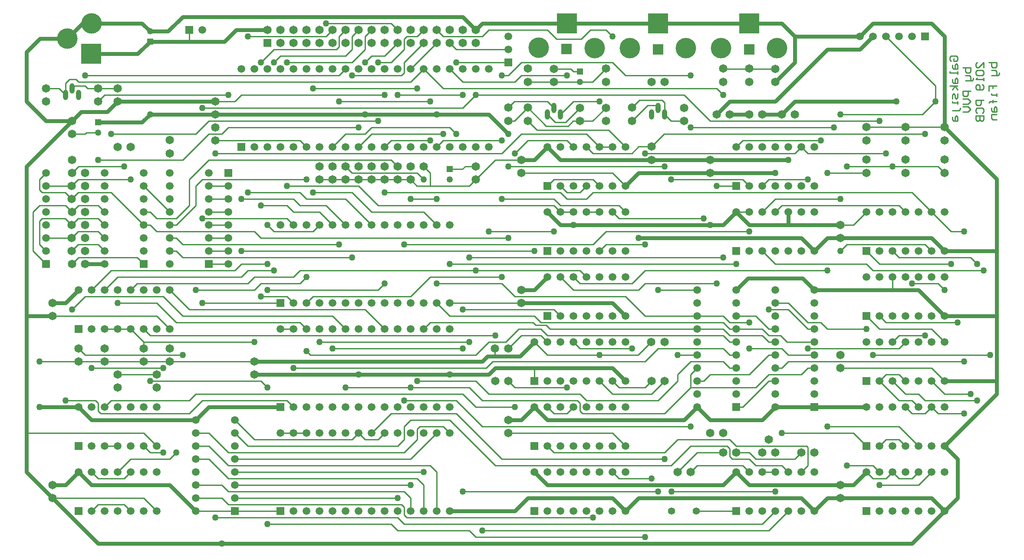
<source format=gbl>
G04 Layer_Physical_Order=2*
G04 Layer_Color=65280*
%FSLAX44Y44*%
%MOMM*%
G71*
G01*
G75*
%ADD12C,0.2540*%
%ADD13C,0.7500*%
%ADD14C,1.5000*%
%ADD15R,1.5000X1.5000*%
%ADD16C,1.6500*%
%ADD17R,1.5000X1.5000*%
%ADD18C,1.2500*%
%ADD19R,1.2500X1.2500*%
%ADD20C,1.5000*%
%ADD21R,1.5000X1.5000*%
%ADD22C,4.0000*%
%ADD23R,2.0000X2.0000*%
%ADD24R,4.0000X4.0000*%
%ADD25R,1.5000X1.5000*%
%ADD26C,1.4000*%
%ADD27R,1.6500X1.6500*%
%ADD28O,1.0000X2.0000*%
%ADD29O,1.0000X2.0000*%
%ADD30C,1.2700*%
D12*
X1409573Y685800D02*
X1485646D01*
X571500Y672846D02*
X736600D01*
X1206754Y1066800D02*
X1257300D01*
X1168400Y1028446D02*
X1206754Y1066800D01*
X1155954Y1016000D02*
X1168400Y1028446D01*
X1079500Y1016000D02*
X1155954D01*
X1117600Y1051400D02*
X1120140Y1048860D01*
X1142840D02*
X1148080Y1054100D01*
X1120140Y1048860D02*
X1142840D01*
X1752600Y1219200D02*
X1752854D01*
X609600Y1028700D02*
X647700Y1066800D01*
X711200Y1193800D02*
X990600D01*
X698500Y1181100D02*
X711200Y1193800D01*
X660400Y1181100D02*
X698500D01*
X444754Y1193800D02*
X685800D01*
X431800Y1180846D02*
X444754Y1193800D01*
X609600Y1298100D02*
Y1320800D01*
X1625600Y1143000D02*
X1955800D01*
X2065020Y1181100D02*
Y1211580D01*
X1968500Y1308100D02*
X2065020Y1211580D01*
X647700Y965200D02*
X685800D01*
X647700Y914400D02*
X685800D01*
X647700Y939800D02*
X685800D01*
X368046Y1003300D02*
X380746Y990600D01*
X322580Y1003300D02*
X368046D01*
X317500Y1008380D02*
X322580Y1003300D01*
X317500Y1028700D02*
X330200Y1041400D01*
X317500Y1008380D02*
Y1028700D01*
X330200Y1016000D02*
X380746D01*
X368046Y952500D02*
X380746Y939800D01*
X322580Y952500D02*
X368046D01*
X317500Y947420D02*
X322580Y952500D01*
X317500Y901700D02*
Y947420D01*
Y901700D02*
X330200Y889000D01*
X368300Y977900D02*
X381000Y965200D01*
X304800Y889000D02*
X330200Y863600D01*
X304800Y889000D02*
Y965200D01*
X317500Y977900D01*
X368300D01*
X1587500Y508000D02*
X1658620D01*
X1549400Y469900D02*
X1587500Y508000D01*
X1206500Y469900D02*
X1549400D01*
X1600200Y495300D02*
X1651000D01*
X1562100Y457200D02*
X1600200Y495300D01*
X1658620Y508000D02*
X1663700Y502920D01*
Y487680D02*
Y502920D01*
Y487680D02*
X1668780Y482600D01*
X1524000Y812800D02*
X1600200D01*
X1498600Y762000D02*
X1600200D01*
X1460500Y800100D02*
X1498600Y762000D01*
X1244600Y800100D02*
X1460500D01*
X1739900Y774700D02*
X1778000D01*
X1422400Y927100D02*
X1701800D01*
X1752600Y787400D02*
X1778000D01*
X1816100Y749300D01*
X1854200Y736600D02*
X1930400D01*
X1816100Y749300D02*
X1841500D01*
X1854200Y736600D01*
Y546100D02*
X1993900D01*
X2032000Y508000D01*
X1689100Y1104900D02*
X1841500D01*
X1803400Y457200D02*
X1816100Y469900D01*
X2133600Y876300D02*
X2146300Y863600D01*
X1993900Y876300D02*
X2133600D01*
X1943100Y850900D02*
X2159000D01*
X2019300Y825500D02*
X2070100D01*
X2082800Y812800D01*
X1993900Y723900D02*
X2044700D01*
X1981200Y711200D02*
X1993900Y723900D01*
X1981200Y812800D02*
Y838200D01*
X1765300Y533400D02*
X1905000D01*
X1498600Y850900D02*
X1854200D01*
X1892300Y469900D02*
X1943100D01*
X1955800Y457200D01*
X2082800Y609600D02*
X2133600D01*
X2057400Y635000D02*
X2082800Y609600D01*
X2044700Y596900D02*
X2146300D01*
X2032000Y609600D02*
X2044700Y596900D01*
X2006600Y609600D02*
X2032000D01*
X1981200Y635000D02*
X2006600Y609600D01*
X2057400Y584200D02*
X2070100Y571500D01*
X2120900D01*
X2057400Y736600D02*
X2082800Y711200D01*
X1955800Y736600D02*
X2057400D01*
X1930400Y762000D02*
X1955800Y736600D01*
X1778000Y685800D02*
X1828800D01*
X1765300Y698500D02*
X1778000Y685800D01*
X1701800Y698500D02*
X1765300D01*
X1816100D02*
X1993900D01*
X2006600Y711200D01*
X1968500Y749300D02*
X2108200D01*
X838200Y990600D02*
X914400D01*
X825500Y1003300D02*
X838200Y990600D01*
X825500Y977900D02*
X876300D01*
X812800Y990600D02*
X825500Y977900D01*
X812800Y965200D02*
X863600D01*
X800100Y977900D02*
X812800Y965200D01*
X749300Y977900D02*
X800100D01*
X850900Y1003300D02*
X927100D01*
X1219200Y1079500D02*
X1257300Y1117600D01*
X952500D02*
X965200Y1130300D01*
X914400Y1117600D02*
X952500D01*
X889000Y1092200D02*
X914400Y1117600D01*
X1257300D02*
X1384300D01*
X1244600Y1079500D02*
X1270000Y1104900D01*
X1231900Y1054100D02*
X1536700D01*
X749300Y914400D02*
X1231900D01*
X1270000Y1104900D02*
X1346200D01*
X1358900Y1092200D01*
X1066800Y965200D02*
X1092200Y939800D01*
X965200Y965200D02*
X1066800D01*
X927100Y1003300D02*
X965200Y965200D01*
X990600Y1003300D02*
X1333500D01*
X863600Y965200D02*
X889000Y939800D01*
X876300Y977900D02*
X914400Y939800D01*
Y990600D02*
X965200Y939800D01*
X800100Y1016000D02*
X939800D01*
X977900Y977900D01*
X609600D02*
Y1028700D01*
X431800Y1066800D02*
X596900D01*
X1003300D02*
X1016000Y1054100D01*
X647700Y1117600D02*
X673100D01*
X647700Y1143000D02*
X977900D01*
X723900Y850900D02*
X774700D01*
X825500D02*
X1168400D01*
X812800Y838200D02*
X825500Y850900D01*
X736600Y838200D02*
X812800D01*
X825500Y825500D02*
X838200Y838200D01*
X749300Y825500D02*
X825500D01*
X977900Y812800D02*
X990600Y825500D01*
X762000Y812800D02*
X977900D01*
X711200Y838200D02*
X723900Y850900D01*
X469900Y838200D02*
X711200D01*
X723900Y825500D02*
X736600Y838200D01*
X508000Y825500D02*
X723900D01*
X800100Y800100D02*
X812800Y787400D01*
X698500Y850900D02*
X711200Y863600D01*
X457200Y850900D02*
X698500D01*
X584200Y952500D02*
X609600Y977900D01*
X546100Y952500D02*
X584200D01*
Y939800D02*
X622300Y977900D01*
X520700Y1016000D02*
X571500Y965200D01*
X533400D02*
X546100Y952500D01*
X571500Y939800D02*
X584200D01*
X685800Y1130300D02*
X939800D01*
X673100Y1117600D02*
X685800Y1130300D01*
X850900Y1206500D02*
X1054100D01*
X1168400Y850900D02*
X1371600D01*
X1155700Y876300D02*
X1651000D01*
X1016000Y342900D02*
X1155700D01*
X1003300Y355600D02*
X1016000Y342900D01*
X762000Y355600D02*
X1003300D01*
X1028700D02*
X1727200D01*
X1016000Y368300D02*
X1028700Y355600D01*
X660400Y368300D02*
X1016000D01*
X1028700Y373380D02*
Y388620D01*
X1023620Y393700D02*
X1028700Y388620D01*
X685800Y393700D02*
X1023620D01*
X1033780Y368300D02*
X1397000D01*
X1028700Y373380D02*
X1033780Y368300D01*
X1168400Y330200D02*
X1498600D01*
X1155700Y342900D02*
X1168400Y330200D01*
X1219200Y825500D02*
X1244600Y800100D01*
X1092200Y825500D02*
X1219200D01*
X622300Y1117600D02*
X647700Y1143000D01*
X457200Y1117600D02*
X622300D01*
X596900Y1066800D02*
X647700Y1117600D01*
X520700Y965200D02*
X533400D01*
X393446Y1028700D02*
X495300D01*
X380746Y1016000D02*
X393446Y1028700D01*
X406400Y685800D02*
X596900D01*
X1201420Y673100D02*
X1498600D01*
X1188720Y660400D02*
X1201420Y673100D01*
X812800Y660400D02*
X1188720D01*
X1193800Y711200D02*
X1226820D01*
X1168400Y685800D02*
X1193800Y711200D01*
X845820Y685800D02*
X1168400D01*
X1282700Y635000D02*
Y660400D01*
X1206246Y683260D02*
Y698500D01*
X901700Y1181100D02*
X1079500D01*
X1143000Y419100D02*
X1524000D01*
X1305560Y744220D02*
X1313180Y736600D01*
X1285240Y744220D02*
X1305560D01*
X1280160Y749300D02*
X1285240Y744220D01*
X1295400Y736600D02*
X1308100Y723900D01*
X1252220Y736600D02*
X1295400D01*
X1226820Y711200D02*
X1252220Y736600D01*
X1079500Y749300D02*
X1280160D01*
X1295400D02*
X1651000D01*
X1282700Y762000D02*
X1295400Y749300D01*
X1117600Y762000D02*
X1282700D01*
X1092200Y787400D02*
X1117600Y762000D01*
X1143000Y774700D02*
X1320800D01*
X1333500Y762000D01*
X711200Y889000D02*
X1282700D01*
X1028700Y901700D02*
X1397000D01*
X1193800Y927100D02*
X1320800D01*
X1422400Y901700D02*
X1498600D01*
X1727200Y355600D02*
X1752600Y381000D01*
X1447800Y952500D02*
X1612900D01*
X1435100Y965200D02*
X1447800Y952500D01*
X1117600Y863600D02*
X1676400D01*
X1498600Y825500D02*
X1638300D01*
X1485900Y812800D02*
X1498600Y825500D01*
X1358900Y812800D02*
X1485900D01*
X1333500Y838200D02*
X1358900Y812800D01*
X1231900Y1231900D02*
X1257300Y1257300D01*
X1219200Y1231900D02*
X1231900D01*
X533400Y723900D02*
X1206500D01*
X1003300Y1333500D02*
X1016000Y1320800D01*
X876300Y1333500D02*
X1003300D01*
X520700Y672846D02*
X571500D01*
X1313180Y736600D02*
X1600200D01*
X1308100Y723900D02*
X1651000D01*
X1905000Y533400D02*
X1930400Y508000D01*
X774700Y1282700D02*
X896620D01*
X749300Y1257300D02*
X774700Y1282700D01*
X1587500Y1130300D02*
X1866900D01*
X1257300Y1257300D02*
X1435100D01*
X1778000Y774700D02*
X1816100Y736600D01*
X1397000Y1003300D02*
X2019300D01*
X1384300Y990600D02*
X1397000Y1003300D01*
X1346200Y990600D02*
X1384300D01*
X863600Y711200D02*
X1155700D01*
X1397000Y901700D02*
X1422400Y927100D01*
X1409700Y889000D02*
X1422400Y901700D01*
X1333500Y1003300D02*
X1346200Y990600D01*
X977900Y977900D02*
X1320800D01*
X546100Y927100D02*
X736600D01*
X533400Y939800D02*
X546100Y927100D01*
X520700Y939800D02*
X533400D01*
X596900Y876300D02*
X927100D01*
X584200Y889000D02*
X596900Y876300D01*
X571500Y889000D02*
X584200D01*
X596900Y901700D02*
X901700D01*
X584200Y914400D02*
X596900Y901700D01*
X571500Y914400D02*
X584200D01*
X1765300Y977900D02*
X1993900D01*
X1752600Y965200D02*
X1765300Y977900D01*
X1511300Y1092454D02*
X1536446Y1117600D01*
X1244346Y1181100D02*
X1308100D01*
X1231900Y1168654D02*
X1244346Y1181100D01*
X1358900D02*
X1409700D01*
X1473200Y825500D02*
X1498600Y850900D01*
X1371600Y825500D02*
X1473200D01*
X1358900Y838200D02*
X1371600Y825500D01*
X1625600Y647700D02*
X1701800D01*
X1612900Y635000D02*
X1625600Y647700D01*
X1600200Y635000D02*
X1612900D01*
X1816100Y736600D02*
X1828800D01*
X609600Y596900D02*
X622300Y609600D01*
X457200Y596900D02*
X609600D01*
X1092200Y381000D02*
Y457200D01*
X1079500Y469900D02*
X1092200Y457200D01*
X685800Y469900D02*
X1079500D01*
X1066800Y381000D02*
Y431800D01*
X1041400Y381000D02*
Y406400D01*
X1181100Y342900D02*
X1739900D01*
X1778000Y381000D01*
X838200Y693420D02*
X845820Y685800D01*
X1422400Y1320800D02*
X1435100Y1308100D01*
X1943100Y685800D02*
X2171700D01*
X1550400Y419100D02*
X1752600D01*
X1803400Y1092200D02*
X1816100Y1079500D01*
X1739900Y1028700D02*
X1816100D01*
X1765300Y660400D02*
X1778000Y673100D01*
X1752600Y660400D02*
X1765300D01*
X1739900Y635000D02*
X1752600D01*
X1689100Y584200D02*
X1739900Y635000D01*
X1803400Y647700D02*
X1816100Y660400D01*
X1295400Y723900D02*
X1308100Y711200D01*
X1498600Y673100D02*
X1524000Y698500D01*
X660400Y1104646D02*
X660654Y1104900D01*
X825500D01*
X838200Y1092200D01*
X520700Y711200D02*
X736600D01*
X673100Y406400D02*
X685800Y393700D01*
X1244600Y622300D02*
X1346200D01*
X1231900Y635000D02*
X1244600Y622300D01*
X1790700Y1079500D02*
X1803400Y1092200D01*
X393446Y1003300D02*
X457200D01*
X520700Y939800D01*
X736600Y927100D02*
X749300Y914400D01*
X774700Y927100D02*
X850900D01*
X863600Y939800D01*
X1016000Y1028446D02*
X1041400D01*
Y990600D02*
X1092200D01*
X1244346Y1143000D02*
X1270000Y1168654D01*
X1231900Y1143000D02*
X1244346D01*
X1053846Y1016000D02*
X1079500D01*
Y1041400D01*
X1384300Y1092200D02*
X1397000Y1079500D01*
X1524000Y1333500D02*
X1524254Y1333246D01*
X1391920Y1320800D02*
X1422400D01*
X1374140Y1303020D02*
X1391920Y1320800D01*
X1325880Y1303020D02*
X1374140D01*
X1308100Y1320800D02*
X1325880Y1303020D01*
X406400Y1231900D02*
X901700D01*
X431800Y1206500D02*
X469900D01*
X411480D02*
X431800D01*
X1041400Y1219200D02*
X1066800Y1244600D01*
X1041400Y1028446D02*
X1053846Y1016000D01*
X901700Y1231900D02*
X914400Y1244600D01*
X896620Y1282700D02*
X901700Y1287780D01*
X800100Y1257300D02*
X927100D01*
X774700D02*
X787400Y1270000D01*
X914400D01*
X952500Y1257300D02*
X965200Y1270000D01*
X977900Y1257300D02*
X1003300D01*
X952500Y1282700D02*
Y1308100D01*
X927100Y1257300D02*
X952500Y1282700D01*
X927100D02*
Y1308100D01*
X914400Y1270000D02*
X927100Y1282700D01*
X800100Y952500D02*
X812800Y939800D01*
X647700Y1016000D02*
X685800D01*
X647700Y889000D02*
X685800D01*
X571246Y1104900D02*
X571500Y1105154D01*
X393700Y1054100D02*
X482600D01*
X381000Y1041400D02*
X393700Y1054100D01*
X647700Y863600D02*
X685800D01*
X647700Y990600D02*
X685800D01*
X381000Y863600D02*
X393700Y876300D01*
X508000D01*
X520700Y863600D01*
X406400Y1117600D02*
X409100Y1120300D01*
X381000Y1117600D02*
X406400D01*
X409100Y1120300D02*
X431800D01*
X380746Y990600D02*
X393446Y1003300D01*
X381000Y965200D02*
X393700Y977900D01*
X431800D01*
X444500Y965200D01*
X330200Y914400D02*
X380746D01*
Y939800D02*
X393446Y952500D01*
X431800D01*
X444500Y939800D01*
X380746Y914400D02*
X393446Y927100D01*
X431800D01*
X444500Y914400D01*
X380746Y889000D02*
X393446Y901700D01*
X431800D01*
X444500Y889000D01*
X1320800Y1219200D02*
X1396746D01*
X1651000Y1244600D02*
X1752600D01*
X1320800Y977900D02*
X1333500Y965200D01*
X381000Y1066800D02*
X381254D01*
X1663700Y685800D02*
X1676400D01*
X1651000Y698500D02*
X1663700Y685800D01*
X1600200Y762000D02*
X1651000D01*
X1663700Y749300D01*
X1739900Y736600D02*
X1752600D01*
X1714500Y762000D02*
X1739900Y736600D01*
Y685800D02*
X1752600D01*
X1701800Y647700D02*
X1739900Y685800D01*
X1587500Y647700D02*
X1600200Y660400D01*
X1663700Y711200D02*
X1676400D01*
X914400Y622300D02*
X1041400D01*
X1562100Y647700D02*
X1587500Y673100D01*
X1562100Y635000D02*
Y647700D01*
X1739900Y711200D02*
X1752600D01*
X1727200Y723900D02*
X1739900Y711200D01*
X1727200Y736600D02*
X1739900Y723900D01*
X1536700Y495300D02*
X1562100Y520700D01*
X469900Y1180846D02*
X470154Y1181100D01*
X1599200Y381000D02*
X1676400D01*
X1308100Y508000D02*
X1320800Y495300D01*
X1536700D01*
X1130300Y571500D02*
X1219200Y482600D01*
X1117600Y558800D02*
X1206500Y469900D01*
X1727200Y457200D02*
X1752600D01*
X1600200Y469900D02*
X1689100D01*
X1701800Y457200D01*
X1587500D02*
X1600200Y469900D01*
X685800Y444500D02*
X1054100D01*
X1435100Y1041400D02*
X1460500Y1016000D01*
X1257300Y1041400D02*
X1435100D01*
X1117600Y787400D02*
X1257300D01*
X1231900Y533400D02*
X1435100D01*
X1460500Y508000D01*
X1003300Y571500D02*
X1130300D01*
X1041400Y558800D02*
X1117600D01*
X495300Y736600D02*
X520700Y711200D01*
X1028700Y546100D02*
X1041400Y558800D01*
X1028700Y520700D02*
Y546100D01*
X1016000Y508000D02*
X1028700Y520700D01*
X723900Y508000D02*
X1016000D01*
X965200Y533400D02*
X1003300Y571500D01*
X698500Y558800D02*
X736600Y520700D01*
X927100D01*
X939800Y533400D01*
X977900Y520700D02*
X990600Y533400D01*
X952500Y520700D02*
X977900D01*
X939800Y533400D02*
X952500Y520700D01*
X469900Y787400D02*
X546100D01*
X584200Y749300D01*
X825500D01*
X838200Y736600D01*
X381000Y774700D02*
X406400Y800100D01*
X558800D01*
X596900Y762000D01*
X889000D01*
X914400Y736600D01*
X952500Y774700D02*
X990600Y736600D01*
X609600Y774700D02*
X952500D01*
X571500Y812800D02*
X609600Y774700D01*
X1485646Y685800D02*
X1511046Y711200D01*
X1651000Y736600D02*
X1663700Y723900D01*
X1651000Y673100D02*
X1663700Y660400D01*
X1676400D01*
X1663700Y736600D02*
X1676400D01*
X1651000Y749300D02*
X1663700Y736600D01*
X1041400Y1028446D02*
Y1028700D01*
X495300Y812800D02*
X508000Y825500D01*
X444500Y812800D02*
X469900Y838200D01*
X419100Y812800D02*
X457200Y850900D01*
X342900Y762000D02*
X546100D01*
X571500Y736600D01*
X444500Y584200D02*
X457200Y596900D01*
X635000D02*
X800100D01*
X609600Y571500D02*
X635000Y596900D01*
X800100D02*
X812800Y584200D01*
X1054100Y520700D02*
Y541020D01*
X1028700Y495300D02*
X1054100Y520700D01*
X698500Y533400D02*
X723900Y508000D01*
X1059180Y546100D02*
X1104900D01*
X1054100Y541020D02*
X1059180Y546100D01*
X685800Y495300D02*
X1028700D01*
X698500Y482600D02*
X1041400D01*
X698500Y457200D02*
X1066800D01*
X1054100Y444500D02*
X1066800Y431800D01*
X1041400Y482600D02*
X1092200Y533400D01*
X698500Y431800D02*
X1041400D01*
X533400Y495300D02*
X558800D01*
X520700Y508000D02*
X533400Y495300D01*
X469900Y457200D02*
X495300Y482600D01*
X571500D01*
X584200Y495300D01*
X317500Y673100D02*
X317754Y672846D01*
X393700D01*
Y698500D02*
X406400Y685800D01*
X622300Y406400D02*
X673100D01*
Y431800D02*
X685800Y419100D01*
X622300Y431800D02*
X673100D01*
X647700Y482600D02*
X685800Y444500D01*
X622300Y482600D02*
X647700D01*
Y508000D02*
X685800Y469900D01*
X622300Y508000D02*
X647700D01*
Y533400D02*
X685800Y495300D01*
X622300Y533400D02*
X647700D01*
X1104900Y546100D02*
X1117600Y533400D01*
X482600Y444500D02*
X495300Y457200D01*
X469900Y647700D02*
X546100D01*
X444500Y672846D02*
X520700D01*
X393700D02*
X444500D01*
X622300Y381000D02*
X698500D01*
X787400D01*
X698500Y406400D02*
X1016000D01*
X787400Y736600D02*
X812800D01*
X939800Y1028446D02*
X965200D01*
X990600D01*
X1016000D01*
X863600D02*
X889000D01*
X914400D01*
X939800D01*
X876300Y1308100D02*
X889000Y1320800D01*
X723900Y1308100D02*
X876300D01*
X901700D02*
X914400Y1320800D01*
X927100Y1308100D02*
X939800Y1320800D01*
X952500Y1308100D02*
X965200Y1320800D01*
X901700Y1287780D02*
Y1308100D01*
X965200Y1270000D02*
X990600D01*
X1016000Y1295400D01*
X1028700Y1236980D02*
Y1257300D01*
X1023620Y1231900D02*
X1028700Y1236980D01*
Y1257300D02*
X1066800Y1295400D01*
X927100Y1231900D02*
X1023620D01*
X1041400Y1244600D02*
X1092200Y1295400D01*
Y1320800D02*
X1104900Y1308100D01*
X1003300Y1257300D02*
X1028700Y1282700D01*
Y1303020D01*
X1033780Y1308100D01*
X1054100D01*
X1066800Y1320800D01*
X1396746Y1219200D02*
X1422400Y1244854D01*
X1270000Y1219200D02*
X1320800D01*
X1396746Y1142746D02*
X1422400Y1168400D01*
X1371600Y1142746D02*
X1396746D01*
X1308100Y1016000D02*
X1320800Y1028700D01*
X1397000D01*
X1409700Y1016000D01*
X1333500D02*
X1346200Y1003300D01*
X1409700Y1092200D02*
X1435100D01*
X1930400Y1130554D02*
X2006600D01*
X2082800D01*
X520700Y406400D02*
X546100Y381000D01*
X342900Y406400D02*
X520700D01*
X482600Y393700D02*
X495300Y381000D01*
X431800Y393700D02*
X482600D01*
X419100Y381000D02*
X431800Y393700D01*
X419100Y457200D02*
X431800Y444500D01*
X482600D01*
X520700Y533400D02*
X546100Y508000D01*
X292100Y533400D02*
X520700D01*
X444500Y508000D02*
X469900D01*
X1028700Y419100D02*
X1041400Y406400D01*
X685800Y419100D02*
X1028700D01*
X1346200Y571500D02*
X1358900Y584200D01*
X1320800Y571500D02*
X1346200D01*
X1308100Y584200D02*
X1320800Y571500D01*
X1676400Y584200D02*
X1689100D01*
X1371600Y576580D02*
X1376680Y571500D01*
X1371600Y576580D02*
Y591820D01*
X1366520Y596900D02*
X1371600Y591820D01*
Y609600D02*
X1384300Y596900D01*
X1524000D01*
X1562100Y635000D01*
X1409700D02*
X1435100Y609600D01*
Y635000D02*
X1447800Y622300D01*
X1511300Y609600D02*
X1536700Y635000D01*
X1435100Y609600D02*
X1511300D01*
X1447800Y622300D02*
X1498600D01*
X1511300Y635000D01*
X1409573Y685800D02*
X1409700Y685927D01*
X1358900Y711200D02*
X1371600Y698500D01*
X1473200D01*
X1651000Y723900D02*
X1663700Y711200D01*
X1282700D02*
X1308100Y685800D01*
X1409573D01*
X520700Y736600D02*
X533400Y723900D01*
X1028700Y596900D02*
X1130300D01*
X1181100Y546100D01*
X1587500D01*
X1676400Y736600D02*
X1727200D01*
X1663700Y723900D02*
X1727200D01*
X1663700Y749300D02*
X1701800D01*
X1676400Y762000D02*
X1714500D01*
X1435100Y457200D02*
X1447800Y444500D01*
X1219200Y990600D02*
X1320800D01*
X1384300Y965200D02*
X1409700D01*
X1333500D02*
X1358900D01*
X1447800Y977900D02*
X1460500Y965200D01*
X1320800Y990600D02*
X1333500Y977900D01*
X1447800D01*
X1384300Y1117600D02*
X1409700Y1092200D01*
X1358646Y1142746D02*
X1371600D01*
X1320800Y1244600D02*
X1353820D01*
X1359060Y1239360D01*
X1371600D01*
X1587500Y673100D02*
X1651000D01*
X1600200Y736600D02*
X1651000D01*
X419100Y660400D02*
X558800D01*
X1816100D02*
X1828800D01*
X1447800Y444500D02*
X1511300D01*
X1219200Y482600D02*
X1536700D01*
X1524000Y698500D02*
X1651000D01*
X1562100Y685800D02*
X1600200D01*
X533400Y635000D02*
X749300D01*
X762000Y622300D01*
X2039620Y1155700D02*
X2065020Y1181100D01*
X1879600Y1155700D02*
X2039620D01*
X1676400Y965200D02*
X1701800D01*
X1854200Y1041400D02*
X1930400D01*
X1778000Y673100D02*
X2120900D01*
X1905000Y939800D02*
X1930400Y965200D01*
X1879600Y939800D02*
X1905000D01*
X1930400Y457200D02*
X1943100Y444500D01*
X1968500D01*
X1981200Y457200D01*
X1993900Y444500D01*
X2019300D01*
X2032000Y457200D01*
X1955800Y508000D02*
X1968500Y520700D01*
X1993900D01*
X1549400Y1028700D02*
X1689100D01*
X2019300Y1003300D02*
X2057400Y965200D01*
X1752600Y990600D02*
X1879600D01*
X1727200Y965200D02*
X1752600Y990600D01*
X2006600Y584200D02*
X2019300Y571500D01*
X2044700D01*
X2057400Y584200D01*
X1993900Y520700D02*
X2006600Y508000D01*
X1739900Y647700D02*
X1803400D01*
X1587500Y622300D02*
X1714500D01*
X1739900Y647700D01*
Y723900D02*
X1762760D01*
X1775460Y711200D01*
X1828800D01*
X2057400Y660400D02*
X2082800Y635000D01*
X1879600Y660400D02*
X2057400D01*
X1981200Y889000D02*
X1993900Y876300D01*
X2019300Y596900D02*
X2032000Y584200D01*
X1993900Y596900D02*
X2019300D01*
X1955800Y635000D02*
X1993900Y596900D01*
X1955800Y635000D02*
X1968500Y647700D01*
X1993900D01*
X2006600Y635000D01*
X1930400Y889000D02*
X1955800Y863600D01*
X2095500D01*
X2044700Y901700D02*
X2057400Y889000D01*
X1892300Y901700D02*
X2044700D01*
X1879600Y889000D02*
X1892300Y901700D01*
X1955800Y762000D02*
X1968500Y749300D01*
X1574800Y1193800D02*
X1625600Y1143000D01*
X2070100Y1054100D02*
X2082800Y1041400D01*
X1993900Y977900D02*
X2006600Y965200D01*
X1752600Y1218946D02*
X1752854Y1219200D01*
X1816100Y1079500D02*
X1968500D01*
X889000Y698500D02*
X1143000D01*
X1148080Y1054100D02*
X1168400D01*
X914400D02*
X927100Y1041400D01*
X1054100D01*
X1346200Y1003300D02*
X1371600D01*
X1384300Y1016000D01*
X1397000Y1079500D02*
X1473200D01*
X1486154Y1092454D01*
X1498600Y1079500D02*
X1790700D01*
X1486154Y1092454D02*
X1511300D01*
X1676400Y1092200D02*
X1689100Y1104900D01*
X1727200Y1016000D02*
X1739900Y1028700D01*
X1638300Y1016000D02*
X1676400D01*
X1689100Y1028700D02*
X1701800Y1016000D01*
X1638300Y1206500D02*
X1651000Y1193800D01*
X1066800Y1244600D02*
X1104900Y1206500D01*
X1638300D01*
X1587500Y622300D02*
Y647700D01*
X1376680Y571500D02*
X1536700D01*
X1587500Y622300D01*
X431800Y576580D02*
X436880Y571500D01*
X431800Y576580D02*
Y591820D01*
X426720Y596900D02*
X431800Y591820D01*
X368300Y596900D02*
X426720D01*
X436880Y571500D02*
X609600D01*
X1193800Y1320800D02*
X1308100D01*
X1257300Y723900D02*
X1295400D01*
X1231900Y698500D02*
X1257300Y723900D01*
X1066800Y1054100D02*
X1079500Y1041400D01*
X444500Y736600D02*
X469900D01*
X495300D01*
X520700Y698500D02*
Y711200D01*
X1244600Y1219200D02*
X1257300Y1231900D01*
X1346200D01*
X1130300Y1282700D02*
X1231900D01*
X1117600Y1295400D02*
X1130300Y1282700D01*
X1181100Y1308100D02*
X1193800Y1320800D01*
X1104900Y1308100D02*
X1181100D01*
X1130300Y1257300D02*
X1231900D01*
X1981200Y1054100D02*
X2070100D01*
X1892300D02*
X1981200D01*
X1536446Y1117600D02*
X2044700D01*
X1727200Y889000D02*
X1752600Y863600D01*
X1930400D01*
X1943100Y850900D01*
X1168400Y584200D02*
X1244600D01*
X1143000Y609600D02*
X1168400Y584200D01*
X622300Y609600D02*
X1143000D01*
X1371600Y850900D02*
X1384300Y838200D01*
X1117600Y1244600D02*
X1143000Y1219200D01*
X1244600D01*
X838200Y787400D02*
X850900Y800100D01*
X1041400D01*
X1079500Y838200D01*
X1219200D01*
X1041400Y622300D02*
X1155700D01*
X1181100Y596900D01*
X1366520D01*
X1054100Y635000D02*
X1168400D01*
X1193800Y609600D01*
X1371600D01*
X1066800Y736600D02*
X1079500Y749300D01*
X1435100Y1257300D02*
X1460500Y1231900D01*
X1587500D01*
X787400Y533400D02*
X812800D01*
X838200D01*
X2032000Y431800D02*
X2057400Y457200D01*
X1955800Y431800D02*
X2032000D01*
X2095500Y927100D02*
X2120900D01*
X2057400Y965200D02*
X2095500Y927100D01*
X1765300Y469900D02*
X1778000Y457200D01*
X1714500Y469900D02*
X1765300D01*
X1701800Y482600D02*
X1714500Y469900D01*
X1668780Y482600D02*
X1701800D01*
X1790700D02*
X1803400Y495300D01*
X1714500Y482600D02*
X1790700D01*
X1701800Y495300D02*
X1714500Y482600D01*
X1676654Y495300D02*
X1701800D01*
X1663700Y520700D02*
X1676400Y508000D01*
X1813560D01*
X1816100Y505460D01*
X1562100Y520700D02*
X1663700D01*
X1816100Y469900D02*
Y505460D01*
X1536700Y1155700D02*
X1549654Y1142746D01*
X1574800D01*
X1536700Y1155700D02*
Y1178560D01*
X1473200Y1143000D02*
X1503680Y1173480D01*
X1518920D01*
X1524000Y1168400D01*
X1473200Y1168654D02*
X1488186Y1183640D01*
X1531620D01*
X1536700Y1178560D01*
X1333500Y1155700D02*
X1358900Y1181100D01*
X1308100D02*
X1320800Y1168400D01*
X1308100Y1155700D02*
X1323340Y1140460D01*
X1343660D01*
X1371600Y1168400D01*
X1270000Y1168654D02*
X1305814Y1132840D01*
X1348740D01*
X1358646Y1142746D01*
X1270000Y1143000D02*
X1287780Y1125220D01*
X1427480D01*
X1460500Y1092200D01*
X406400Y1211580D02*
X411480Y1206500D01*
X386080Y1211580D02*
X406400D01*
X381000Y1206500D02*
X386080Y1211580D01*
X393700Y1219200D02*
X1041400D01*
X388620Y1224280D02*
X393700Y1219200D01*
X368300Y1216660D02*
X375920Y1224280D01*
X388620D01*
X368300Y1193800D02*
Y1216660D01*
X355600Y1206500D02*
X368300Y1193800D01*
X330200Y1206500D02*
X355600D01*
X965200Y1130300D02*
X1117600D01*
X1130300Y1117600D01*
X939800Y1092200D02*
X965200Y1117600D01*
X990600Y1092200D02*
X1003300Y1104900D01*
X1054100Y1041400D02*
X1066800Y1028700D01*
X1003300Y1104900D02*
X1079500D01*
X965200Y1117600D02*
X1104900D01*
X736600Y812800D02*
X749300Y825500D01*
X622300Y812800D02*
X736600D01*
X635000Y787400D02*
X787400D01*
X711200Y863600D02*
X762000D01*
X749300Y800100D02*
X800100D01*
X762000Y939800D02*
X774700Y927100D01*
X1016000Y1193800D02*
X1143000D01*
X1092200Y1092200D02*
X1104900Y1104900D01*
X1219200D01*
X660400Y1079500D02*
X1219200D01*
X647700Y1066800D02*
X1003300D01*
X711200Y990600D02*
X812800D01*
X723900Y1003300D02*
X825500D01*
X622300Y1016000D02*
X635000Y1028700D01*
X838200D01*
X622300Y977900D02*
Y1016000D01*
X635000Y952500D02*
X800100D01*
X635000Y1168400D02*
X1143000D01*
X1168400Y1193800D01*
X1574800D01*
X2159000Y1247143D02*
Y1257300D01*
X2148843Y1247143D01*
X2146304D01*
X2143765Y1249682D01*
Y1254761D01*
X2146304Y1257300D01*
Y1242065D02*
X2143765Y1239526D01*
Y1234447D01*
X2146304Y1231908D01*
X2156461D01*
X2159000Y1234447D01*
Y1239526D01*
X2156461Y1242065D01*
X2146304D01*
X2159000Y1226830D02*
Y1221751D01*
Y1224291D01*
X2143765D01*
X2146304Y1226830D01*
X2156461Y1214134D02*
X2159000Y1211595D01*
Y1206516D01*
X2156461Y1203977D01*
X2146304D01*
X2143765Y1206516D01*
Y1211595D01*
X2146304Y1214134D01*
X2148843D01*
X2151382Y1211595D01*
Y1203977D01*
X2159000Y1183664D02*
X2143765D01*
Y1176046D01*
X2146304Y1173507D01*
X2151382D01*
X2153922Y1176046D01*
Y1183664D01*
X2146304Y1158272D02*
X2143765Y1160811D01*
Y1165890D01*
X2146304Y1168429D01*
X2156461D01*
X2159000Y1165890D01*
Y1160811D01*
X2156461Y1158272D01*
X2143765Y1153194D02*
X2159000D01*
Y1145576D01*
X2156461Y1143037D01*
X2153922D01*
X2151382Y1145576D01*
Y1153194D01*
Y1145576D01*
X2148843Y1143037D01*
X2146304D01*
X2143765Y1145576D01*
Y1153194D01*
X2095504Y1259843D02*
X2092965Y1262383D01*
Y1267461D01*
X2095504Y1270000D01*
X2105661D01*
X2108200Y1267461D01*
Y1262383D01*
X2105661Y1259843D01*
X2100582D01*
Y1264922D01*
X2098043Y1252226D02*
Y1247147D01*
X2100582Y1244608D01*
X2108200D01*
Y1252226D01*
X2105661Y1254765D01*
X2103122Y1252226D01*
Y1244608D01*
X2108200Y1239530D02*
Y1234452D01*
Y1236991D01*
X2092965D01*
Y1239530D01*
X2098043Y1224295D02*
Y1219216D01*
X2100582Y1216677D01*
X2108200D01*
Y1224295D01*
X2105661Y1226834D01*
X2103122Y1224295D01*
Y1216677D01*
X2108200Y1211599D02*
X2092965D01*
X2103122D02*
X2098043Y1203981D01*
X2103122Y1211599D02*
X2108200Y1203981D01*
Y1196364D02*
Y1188746D01*
X2105661Y1186207D01*
X2103122Y1188746D01*
Y1193825D01*
X2100582Y1196364D01*
X2098043Y1193825D01*
Y1186207D01*
X2108200Y1181129D02*
Y1176050D01*
Y1178590D01*
X2098043D01*
Y1181129D01*
X2113278Y1168433D02*
Y1165894D01*
X2110739Y1163354D01*
X2098043D01*
Y1150659D02*
Y1145580D01*
X2100582Y1143041D01*
X2108200D01*
Y1150659D01*
X2105661Y1153198D01*
X2103122Y1150659D01*
Y1143041D01*
X2118365Y1247140D02*
X2133600D01*
Y1239522D01*
X2131061Y1236983D01*
X2128522D01*
X2125983D01*
X2123443Y1239522D01*
Y1247140D01*
Y1231905D02*
X2131061D01*
X2133600Y1229366D01*
Y1221748D01*
X2136139D01*
X2138678Y1224287D01*
Y1226827D01*
X2133600Y1221748D02*
X2123443D01*
X2133600Y1201435D02*
X2118365D01*
Y1193817D01*
X2120904Y1191278D01*
X2125983D01*
X2128522Y1193817D01*
Y1201435D01*
X2118365Y1186200D02*
X2128522D01*
X2133600Y1181121D01*
X2128522Y1176043D01*
X2118365D01*
Y1170965D02*
X2128522D01*
X2133600Y1165886D01*
X2128522Y1160808D01*
X2118365D01*
X2169165Y1257300D02*
X2184400D01*
Y1249682D01*
X2181861Y1247143D01*
X2179322D01*
X2176783D01*
X2174243Y1249682D01*
Y1257300D01*
Y1242065D02*
X2181861D01*
X2184400Y1239526D01*
Y1231908D01*
X2186939D01*
X2189478Y1234447D01*
Y1236987D01*
X2184400Y1231908D02*
X2174243D01*
X2169165Y1201438D02*
Y1211595D01*
X2176783D01*
Y1206516D01*
Y1211595D01*
X2184400D01*
Y1196360D02*
Y1191281D01*
Y1193820D01*
X2174243D01*
Y1196360D01*
X2184400Y1181125D02*
X2171704D01*
X2176783D01*
Y1183664D01*
Y1178586D01*
Y1181125D01*
X2171704D01*
X2169165Y1178586D01*
X2174243Y1168429D02*
Y1163350D01*
X2176783Y1160811D01*
X2184400D01*
Y1168429D01*
X2181861Y1170968D01*
X2179322Y1168429D01*
Y1160811D01*
X2184400Y1155733D02*
X2174243D01*
Y1148115D01*
X2176783Y1145576D01*
X2184400D01*
D13*
X533400Y1155700D02*
X660400D01*
X518000Y1140300D02*
X533400Y1155700D01*
X431800Y1140300D02*
X518000D01*
X609600Y1298100D02*
X678340D01*
X533400D02*
X609600D01*
X596900Y1346200D02*
X1143000D01*
X568800Y1318100D02*
X596900Y1346200D01*
X533400Y1318100D02*
X568800D01*
X1917700Y1282700D02*
X1943100Y1308100D01*
X1854200Y1282700D02*
X1917700D01*
X1752600Y1181100D02*
X1854200Y1282700D01*
X1663700Y1181100D02*
X1752600D01*
X1638300Y1155700D02*
X1663700Y1181100D01*
X1790700Y1308100D02*
X1917700D01*
X1943100Y1333500D01*
X2057400D01*
X2082800Y1308100D01*
X2184400Y889000D02*
Y1028954D01*
X1625600Y1066800D02*
X1778000D01*
X1485900Y914400D02*
X1803400D01*
X2032000Y812800D02*
X2082800Y762000D01*
X1981200Y812800D02*
X2032000D01*
X1828800D02*
X1981200D01*
X1193800Y1155700D02*
X1231900Y1117600D01*
X952500Y1155700D02*
X1092200D01*
X660400D02*
X952500D01*
X1282700Y1066800D02*
X1308100Y1092200D01*
X1257300Y1066800D02*
X1282700D01*
Y812800D02*
X1308100Y838200D01*
X1257300Y812800D02*
X1282700D01*
X1191260Y683260D02*
X1206246D01*
X1181100Y673100D02*
X1191260Y683260D01*
X736600Y673100D02*
X1181100D01*
X1206500Y660400D02*
X1282700D01*
X1193800Y647700D02*
X1206500Y660400D01*
X1117600Y647700D02*
X1193800D01*
X1254760Y683260D02*
X1282700Y711200D01*
X1206246Y683260D02*
X1254760D01*
X1270000Y406400D02*
X1435100D01*
X1244600Y381000D02*
X1270000Y406400D01*
X1117600Y381000D02*
X1244600D01*
X1701800Y939800D02*
X1778000D01*
X1676400Y965200D02*
X1701800Y939800D01*
X1358900D02*
X1625600D01*
X1333500D02*
X1358900D01*
X1092200Y1155700D02*
X1193800D01*
X939800Y647700D02*
X1117600D01*
X736600D02*
X939800D01*
X1778000Y939800D02*
X1879600D01*
X1778000D02*
Y965200D01*
X2184400Y762000D02*
Y889000D01*
X2082800D02*
X2184400D01*
X1435100Y406400D02*
X1460500Y381000D01*
X2019300Y317500D02*
X2082800Y381000D01*
X673100Y317500D02*
X2019300D01*
X398780Y1160780D02*
X449834D01*
X381000Y1143000D02*
X398780Y1160780D01*
X449834D02*
X469900Y1180846D01*
X2184400Y609600D02*
Y635000D01*
X2082800Y508000D02*
X2184400Y609600D01*
X342900Y406400D02*
X431800Y317500D01*
X673100D01*
X1282700Y660400D02*
X1435100D01*
X1805940Y835660D02*
X1828800Y812800D01*
X1699260Y835660D02*
X1805940D01*
X1676400Y812800D02*
X1699260Y835660D01*
X330200Y1143000D02*
X381000D01*
X292100Y1181100D02*
X330200Y1143000D01*
X292100Y1181100D02*
Y1277620D01*
X318516Y1304036D01*
X518000Y1333500D02*
X533400Y1318100D01*
X1790700Y1257046D02*
Y1308100D01*
X1765554Y1333246D02*
X1790700Y1308100D01*
X1702054Y1333246D02*
X1765554D01*
X1803400Y406400D02*
X1828800Y381000D01*
X1485900Y406400D02*
X1803400D01*
X1460500Y381000D02*
X1485900Y406400D01*
X1308100Y431800D02*
X1651000D01*
X1625600Y558800D02*
X1727200D01*
X292100Y1054100D02*
X381000Y1143000D01*
X1346200Y1333500D02*
X1524000D01*
X1168400Y1320800D02*
X1181100Y1333500D01*
X1524254Y1333246D02*
X1702054D01*
X406654Y863600D02*
X444500D01*
X470154Y1181100D02*
X660400D01*
X1701800Y431800D02*
X1879600D01*
X1803400Y914400D02*
X1828800Y889000D01*
X1308100Y558800D02*
X1574800D01*
X1676400Y457200D02*
X1701800Y431800D01*
X1879600D02*
X1905000D01*
X1930400Y457200D01*
X2057400Y406400D02*
X2082800Y381000D01*
X1879600Y406400D02*
X2057400D01*
X1854200D02*
X1879600D01*
X1828800Y381000D02*
X1854200Y406400D01*
X1651000Y431800D02*
X1676400Y457200D01*
X1574800Y558800D02*
X1600200Y584200D01*
X1282700D02*
X1308100Y558800D01*
X1257300D02*
X1282700Y584200D01*
X1231900Y558800D02*
X1257300D01*
X1282700Y457200D02*
X1308100Y431800D01*
X1752600Y584200D02*
X1828800D01*
X1600200D02*
X1625600Y558800D01*
X1460500Y1016000D02*
X1485900Y1041400D01*
X1435100Y660400D02*
X1460500Y635000D01*
X647700Y584200D02*
X787400D01*
X622300Y558800D02*
X647700Y584200D01*
X317500D02*
X393700D01*
X1143000Y1346200D02*
X1168400Y1320800D01*
X1663700Y1155700D02*
X1701800D01*
X1727200D02*
X1765300D01*
X1790700Y1181100D01*
X1988820D01*
X342900Y431800D02*
X368300D01*
X393700Y457200D01*
X292100D02*
X342900Y406400D01*
X292100Y762000D02*
X342900D01*
Y787400D02*
X368300D01*
X393700Y812800D01*
Y457200D02*
X419100Y431800D01*
X571500D01*
X622300Y381000D01*
X292100Y457200D02*
Y533400D01*
Y762000D02*
Y1054100D01*
X1308100Y965200D02*
X1333500Y939800D01*
X1308100Y1092200D02*
X1333500Y1066800D01*
X418846Y1273810D02*
X509110D01*
X533400Y1298100D01*
X2057400Y914400D02*
X2082800Y889000D01*
X1828800D02*
X1854200Y914400D01*
X1879600D01*
X2057400D01*
X1485900Y1041400D02*
X1625600D01*
X1752600D01*
X1727200Y558800D02*
X1752600Y584200D01*
X1828800D02*
X1930400D01*
X2082800Y635000D02*
X2184400D01*
X2082800Y762000D02*
X2184400D01*
Y635000D02*
Y762000D01*
X2082800Y1130554D02*
Y1308100D01*
X1752854Y1219200D02*
X1790700Y1257046D01*
X1333500Y1066800D02*
X1511300D01*
X1625600D01*
X292100Y533400D02*
Y762000D01*
X393700Y584200D02*
X419100Y558800D01*
X622300D01*
X1181100Y1333500D02*
X1346200D01*
X2082800Y381000D02*
X2108200Y406400D01*
X2082800Y508000D02*
X2108200Y482600D01*
Y406400D02*
Y482600D01*
X2082800Y1130554D02*
X2184400Y1028954D01*
X1651000Y939800D02*
X1676400Y965200D01*
X1625600Y939800D02*
X1651000D01*
X1257300Y787400D02*
X1435100D01*
X1460500Y762000D01*
X318516Y1304036D02*
X372364D01*
X401828Y1333500D01*
X419100D01*
X518000D01*
X701040Y1320800D02*
X762000D01*
X678340Y1298100D02*
X701040Y1320800D01*
D14*
X1968500Y1308100D02*
D03*
X1993900D02*
D03*
X2019300D02*
D03*
X1943100D02*
D03*
X1917700D02*
D03*
X685800Y863600D02*
D03*
Y889000D02*
D03*
Y914400D02*
D03*
Y939800D02*
D03*
Y1016000D02*
D03*
Y990600D02*
D03*
Y965200D02*
D03*
X330200Y1041400D02*
D03*
Y1016000D02*
D03*
Y990600D02*
D03*
Y965200D02*
D03*
Y889000D02*
D03*
Y914400D02*
D03*
Y939800D02*
D03*
X1231900Y1282700D02*
D03*
Y1308100D02*
D03*
X635000Y1320800D02*
D03*
D15*
X2044700Y1308100D02*
D03*
X609600Y1320800D02*
D03*
D16*
X381000Y1066800D02*
D03*
X1536700Y711200D02*
D03*
X1511046D02*
D03*
X1625600Y1041400D02*
D03*
Y1066800D02*
D03*
X1066800Y1054100D02*
D03*
X469900Y622300D02*
D03*
Y647700D02*
D03*
X546100Y622300D02*
D03*
Y647700D02*
D03*
X1625600Y533400D02*
D03*
X1651000D02*
D03*
X1536700Y1219200D02*
D03*
X1511300D02*
D03*
X1879600Y939800D02*
D03*
Y914400D02*
D03*
Y685800D02*
D03*
Y660400D02*
D03*
X469900Y1092200D02*
D03*
X495300D02*
D03*
X1879600Y431800D02*
D03*
Y406400D02*
D03*
X1257300Y1066800D02*
D03*
Y1041400D02*
D03*
X1587500Y457200D02*
D03*
X1562100D02*
D03*
X1257300Y812800D02*
D03*
Y787400D02*
D03*
X1828800Y495300D02*
D03*
X1803400D02*
D03*
X1231900Y558800D02*
D03*
Y533400D02*
D03*
X736600Y673100D02*
D03*
Y647700D02*
D03*
X660400Y1155700D02*
D03*
Y1181100D02*
D03*
X1536700Y635000D02*
D03*
X1511300D02*
D03*
X1790700Y1155700D02*
D03*
X1765300D02*
D03*
X1066800Y1295400D02*
D03*
Y1320800D02*
D03*
X1041400Y1295400D02*
D03*
Y1320800D02*
D03*
X1016000Y1295400D02*
D03*
Y1320800D02*
D03*
X990600Y1295400D02*
D03*
Y1320800D02*
D03*
X762000D02*
D03*
X889000Y1295400D02*
D03*
Y1320800D02*
D03*
X1168400Y1295400D02*
D03*
Y1320800D02*
D03*
X787400Y1295400D02*
D03*
Y1320800D02*
D03*
X812800Y1295400D02*
D03*
Y1320800D02*
D03*
X838200Y1295400D02*
D03*
Y1320800D02*
D03*
X863600Y1295400D02*
D03*
Y1320800D02*
D03*
X1143000Y1295400D02*
D03*
Y1320800D02*
D03*
X1117600Y1295400D02*
D03*
Y1320800D02*
D03*
X914400Y1295400D02*
D03*
Y1320800D02*
D03*
X1092200Y1295400D02*
D03*
Y1320800D02*
D03*
X965200Y1295400D02*
D03*
Y1320800D02*
D03*
X939800Y1295400D02*
D03*
Y1320800D02*
D03*
X1727200Y1155700D02*
D03*
X1701800D02*
D03*
X1663700D02*
D03*
X1638300D02*
D03*
X381000Y1117600D02*
D03*
Y1143000D02*
D03*
X1231900Y635000D02*
D03*
X1206500D02*
D03*
X1320800Y1219200D02*
D03*
Y1244600D02*
D03*
X1651000Y1219200D02*
D03*
Y1244854D02*
D03*
X1752600Y1244600D02*
D03*
Y1218946D02*
D03*
X1701800Y1219200D02*
D03*
Y1244854D02*
D03*
X1511300Y1066800D02*
D03*
Y1092454D02*
D03*
X660400Y1104646D02*
D03*
Y1130300D02*
D03*
X1574800Y1142746D02*
D03*
Y1168400D02*
D03*
X1473200Y1168654D02*
D03*
Y1143000D02*
D03*
X571500Y698500D02*
D03*
Y672846D02*
D03*
X520700Y698500D02*
D03*
Y672846D02*
D03*
X444500Y698500D02*
D03*
Y672846D02*
D03*
X393700Y698500D02*
D03*
Y672846D02*
D03*
X1168400Y1054100D02*
D03*
Y1028446D02*
D03*
X380746Y990600D02*
D03*
X406400D02*
D03*
X381000Y965200D02*
D03*
X406654D02*
D03*
X380746Y1016000D02*
D03*
X406400D02*
D03*
X380746Y939800D02*
D03*
X406400D02*
D03*
X380746Y914400D02*
D03*
X406400D02*
D03*
X1727200Y495300D02*
D03*
X1752854D02*
D03*
X1676654D02*
D03*
X1651000D02*
D03*
X381000Y1041400D02*
D03*
X406654D02*
D03*
X381000Y863600D02*
D03*
X406654D02*
D03*
X380746Y889000D02*
D03*
X406400D02*
D03*
X990600Y1028446D02*
D03*
Y1054100D02*
D03*
X571500Y1079500D02*
D03*
Y1105154D02*
D03*
X939800Y1028446D02*
D03*
Y1054100D02*
D03*
X914400Y1028446D02*
D03*
Y1054100D02*
D03*
X863600Y1028446D02*
D03*
Y1054100D02*
D03*
X889000Y1028446D02*
D03*
Y1054100D02*
D03*
X965200Y1028446D02*
D03*
Y1054100D02*
D03*
X1041400Y1028446D02*
D03*
Y1054100D02*
D03*
X1016000Y1028446D02*
D03*
Y1054100D02*
D03*
X2082800Y1041400D02*
D03*
Y1067054D02*
D03*
Y1104900D02*
D03*
Y1130554D02*
D03*
X2006600Y1041400D02*
D03*
Y1067054D02*
D03*
Y1104900D02*
D03*
Y1130554D02*
D03*
X1930400Y1041400D02*
D03*
Y1067054D02*
D03*
Y1104900D02*
D03*
Y1130554D02*
D03*
X469900Y1180846D02*
D03*
Y1206500D02*
D03*
X431800Y1180846D02*
D03*
Y1206500D02*
D03*
X1270000Y1244854D02*
D03*
Y1219200D02*
D03*
X1231900Y698500D02*
D03*
X1206246D02*
D03*
X330200Y1180846D02*
D03*
Y1206500D02*
D03*
X1422400Y1219200D02*
D03*
Y1244854D02*
D03*
Y1142746D02*
D03*
Y1168400D02*
D03*
X1231900Y1143000D02*
D03*
Y1168654D02*
D03*
X1270000Y1143000D02*
D03*
Y1168654D02*
D03*
X1371600Y1142746D02*
D03*
Y1168400D02*
D03*
X342900Y787400D02*
D03*
Y762000D02*
D03*
Y431800D02*
D03*
Y406400D02*
D03*
X1739900Y520700D02*
D03*
D17*
X685800Y1041400D02*
D03*
X330200Y863600D02*
D03*
X1231900Y1257300D02*
D03*
D18*
X533400Y1318100D02*
D03*
X1117600Y1028860D02*
D03*
X431800Y1120300D02*
D03*
X1371600Y1219360D02*
D03*
D19*
X533400Y1298100D02*
D03*
X1117600Y1048860D02*
D03*
X431800Y1140300D02*
D03*
X1371600Y1239360D02*
D03*
D20*
X1117600Y939800D02*
D03*
X1092200D02*
D03*
X1066800D02*
D03*
X1041400D02*
D03*
X1016000D02*
D03*
X990600D02*
D03*
X965200D02*
D03*
X939800D02*
D03*
X914400D02*
D03*
X889000D02*
D03*
X863600D02*
D03*
X838200D02*
D03*
X812800D02*
D03*
X787400D02*
D03*
X1117600Y787400D02*
D03*
X1092200D02*
D03*
X1066800D02*
D03*
X1041400D02*
D03*
X1016000D02*
D03*
X990600D02*
D03*
X965200D02*
D03*
X939800D02*
D03*
X914400D02*
D03*
X889000D02*
D03*
X863600D02*
D03*
X838200D02*
D03*
X812800D02*
D03*
X546100Y584200D02*
D03*
X520700D02*
D03*
X495300D02*
D03*
X469900D02*
D03*
X444500D02*
D03*
X419100D02*
D03*
X393700D02*
D03*
X546100Y508000D02*
D03*
X520700D02*
D03*
X495300D02*
D03*
X469900D02*
D03*
X444500D02*
D03*
X419100D02*
D03*
X1676400Y609600D02*
D03*
Y635000D02*
D03*
Y660400D02*
D03*
Y685800D02*
D03*
Y711200D02*
D03*
Y736600D02*
D03*
Y762000D02*
D03*
Y787400D02*
D03*
Y812800D02*
D03*
X1600200Y584200D02*
D03*
Y609600D02*
D03*
Y635000D02*
D03*
Y660400D02*
D03*
Y685800D02*
D03*
Y711200D02*
D03*
Y736600D02*
D03*
Y762000D02*
D03*
Y787400D02*
D03*
Y812800D02*
D03*
X546100Y457200D02*
D03*
X520700D02*
D03*
X495300D02*
D03*
X469900D02*
D03*
X444500D02*
D03*
X419100D02*
D03*
X393700D02*
D03*
X546100Y381000D02*
D03*
X520700D02*
D03*
X495300D02*
D03*
X469900D02*
D03*
X444500D02*
D03*
X419100D02*
D03*
X1460500Y838200D02*
D03*
X1435100D02*
D03*
X1409700D02*
D03*
X1384300D02*
D03*
X1358900D02*
D03*
X1333500D02*
D03*
X1308100D02*
D03*
X1460500Y762000D02*
D03*
X1435100D02*
D03*
X1409700D02*
D03*
X1384300D02*
D03*
X1358900D02*
D03*
X1333500D02*
D03*
X571500Y812800D02*
D03*
X546100D02*
D03*
X520700D02*
D03*
X495300D02*
D03*
X469900D02*
D03*
X444500D02*
D03*
X419100D02*
D03*
X393700D02*
D03*
X571500Y736600D02*
D03*
X546100D02*
D03*
X520700D02*
D03*
X495300D02*
D03*
X469900D02*
D03*
X444500D02*
D03*
X419100D02*
D03*
X444500Y1041400D02*
D03*
Y1016000D02*
D03*
Y990600D02*
D03*
Y965200D02*
D03*
Y939800D02*
D03*
Y914400D02*
D03*
Y889000D02*
D03*
Y863600D02*
D03*
X520700Y1041400D02*
D03*
Y1016000D02*
D03*
Y990600D02*
D03*
Y965200D02*
D03*
Y939800D02*
D03*
Y914400D02*
D03*
Y889000D02*
D03*
X1828800Y457200D02*
D03*
X1803400D02*
D03*
X1778000D02*
D03*
X1752600D02*
D03*
X1727200D02*
D03*
X1701800D02*
D03*
X1676400D02*
D03*
X1828800Y381000D02*
D03*
X1803400D02*
D03*
X1778000D02*
D03*
X1752600D02*
D03*
X1727200D02*
D03*
X1701800D02*
D03*
X1193800Y1244600D02*
D03*
X1168400D02*
D03*
X1143000D02*
D03*
X1117600D02*
D03*
X1092200D02*
D03*
X1066800D02*
D03*
X1041400D02*
D03*
X1016000D02*
D03*
X990600D02*
D03*
X965200D02*
D03*
X939800D02*
D03*
X914400D02*
D03*
X889000D02*
D03*
X863600D02*
D03*
X838200D02*
D03*
X812800D02*
D03*
X787400D02*
D03*
X762000D02*
D03*
X736600D02*
D03*
X711200D02*
D03*
X1193800Y1092200D02*
D03*
X1168400D02*
D03*
X1143000D02*
D03*
X1117600D02*
D03*
X1092200D02*
D03*
X1066800D02*
D03*
X1041400D02*
D03*
X1016000D02*
D03*
X990600D02*
D03*
X965200D02*
D03*
X939800D02*
D03*
X914400D02*
D03*
X889000D02*
D03*
X863600D02*
D03*
X838200D02*
D03*
X812800D02*
D03*
X787400D02*
D03*
X762000D02*
D03*
X736600D02*
D03*
X571500Y1041400D02*
D03*
Y1016000D02*
D03*
Y990600D02*
D03*
Y965200D02*
D03*
Y939800D02*
D03*
Y914400D02*
D03*
Y889000D02*
D03*
Y863600D02*
D03*
X647700Y1041400D02*
D03*
Y1016000D02*
D03*
Y990600D02*
D03*
Y965200D02*
D03*
Y939800D02*
D03*
Y914400D02*
D03*
Y889000D02*
D03*
X2082800Y584200D02*
D03*
X2057400D02*
D03*
X2032000D02*
D03*
X2006600D02*
D03*
X1981200D02*
D03*
X1955800D02*
D03*
X1930400D02*
D03*
X2082800Y508000D02*
D03*
X2057400D02*
D03*
X2032000D02*
D03*
X2006600D02*
D03*
X1981200D02*
D03*
X1955800D02*
D03*
X2082800Y457200D02*
D03*
X2057400D02*
D03*
X2032000D02*
D03*
X2006600D02*
D03*
X1981200D02*
D03*
X1955800D02*
D03*
X1930400D02*
D03*
X2082800Y381000D02*
D03*
X2057400D02*
D03*
X2032000D02*
D03*
X2006600D02*
D03*
X1981200D02*
D03*
X1955800D02*
D03*
X2082800Y965200D02*
D03*
X2057400D02*
D03*
X2032000D02*
D03*
X2006600D02*
D03*
X1981200D02*
D03*
X1955800D02*
D03*
X1930400D02*
D03*
X2082800Y889000D02*
D03*
X2057400D02*
D03*
X2032000D02*
D03*
X2006600D02*
D03*
X1981200D02*
D03*
X1955800D02*
D03*
X1828800Y609600D02*
D03*
Y635000D02*
D03*
Y660400D02*
D03*
Y685800D02*
D03*
Y711200D02*
D03*
Y736600D02*
D03*
Y762000D02*
D03*
Y787400D02*
D03*
Y812800D02*
D03*
X1752600Y584200D02*
D03*
Y609600D02*
D03*
Y635000D02*
D03*
Y660400D02*
D03*
Y685800D02*
D03*
Y711200D02*
D03*
Y736600D02*
D03*
Y762000D02*
D03*
Y787400D02*
D03*
Y812800D02*
D03*
X2082800Y838200D02*
D03*
X2057400D02*
D03*
X2032000D02*
D03*
X2006600D02*
D03*
X1981200D02*
D03*
X1955800D02*
D03*
X1930400D02*
D03*
X2082800Y762000D02*
D03*
X2057400D02*
D03*
X2032000D02*
D03*
X2006600D02*
D03*
X1981200D02*
D03*
X1955800D02*
D03*
X2082800Y711200D02*
D03*
X2057400D02*
D03*
X2032000D02*
D03*
X2006600D02*
D03*
X1981200D02*
D03*
X1955800D02*
D03*
X1930400D02*
D03*
X2082800Y635000D02*
D03*
X2057400D02*
D03*
X2032000D02*
D03*
X2006600D02*
D03*
X1981200D02*
D03*
X1955800D02*
D03*
X1828800Y965200D02*
D03*
X1803400D02*
D03*
X1778000D02*
D03*
X1752600D02*
D03*
X1727200D02*
D03*
X1701800D02*
D03*
X1676400D02*
D03*
X1828800Y889000D02*
D03*
X1803400D02*
D03*
X1778000D02*
D03*
X1752600D02*
D03*
X1727200D02*
D03*
X1701800D02*
D03*
X1460500Y584200D02*
D03*
X1435100D02*
D03*
X1409700D02*
D03*
X1384300D02*
D03*
X1358900D02*
D03*
X1333500D02*
D03*
X1308100D02*
D03*
X1282700D02*
D03*
X1460500Y508000D02*
D03*
X1435100D02*
D03*
X1409700D02*
D03*
X1384300D02*
D03*
X1358900D02*
D03*
X1333500D02*
D03*
X1308100D02*
D03*
X1828800Y1092200D02*
D03*
X1803400D02*
D03*
X1778000D02*
D03*
X1752600D02*
D03*
X1727200D02*
D03*
X1701800D02*
D03*
X1676400D02*
D03*
X1828800Y1016000D02*
D03*
X1803400D02*
D03*
X1778000D02*
D03*
X1752600D02*
D03*
X1727200D02*
D03*
X1701800D02*
D03*
X1460500Y965200D02*
D03*
X1435100D02*
D03*
X1409700D02*
D03*
X1384300D02*
D03*
X1358900D02*
D03*
X1333500D02*
D03*
X1308100D02*
D03*
X1460500Y889000D02*
D03*
X1435100D02*
D03*
X1409700D02*
D03*
X1384300D02*
D03*
X1358900D02*
D03*
X1333500D02*
D03*
X1460500Y1092200D02*
D03*
X1435100D02*
D03*
X1409700D02*
D03*
X1384300D02*
D03*
X1358900D02*
D03*
X1333500D02*
D03*
X1308100D02*
D03*
X1460500Y1016000D02*
D03*
X1435100D02*
D03*
X1409700D02*
D03*
X1384300D02*
D03*
X1358900D02*
D03*
X1333500D02*
D03*
X1460500Y711200D02*
D03*
X1435100D02*
D03*
X1409700D02*
D03*
X1384300D02*
D03*
X1358900D02*
D03*
X1333500D02*
D03*
X1308100D02*
D03*
X1282700D02*
D03*
X1460500Y635000D02*
D03*
X1435100D02*
D03*
X1409700D02*
D03*
X1384300D02*
D03*
X1358900D02*
D03*
X1333500D02*
D03*
X1308100D02*
D03*
X1460500Y457200D02*
D03*
X1435100D02*
D03*
X1409700D02*
D03*
X1384300D02*
D03*
X1358900D02*
D03*
X1333500D02*
D03*
X1308100D02*
D03*
X1282700D02*
D03*
X1460500Y381000D02*
D03*
X1435100D02*
D03*
X1409700D02*
D03*
X1384300D02*
D03*
X1358900D02*
D03*
X1333500D02*
D03*
X1308100D02*
D03*
X622300Y558800D02*
D03*
Y533400D02*
D03*
Y508000D02*
D03*
Y482600D02*
D03*
Y457200D02*
D03*
Y431800D02*
D03*
Y406400D02*
D03*
Y381000D02*
D03*
X698500Y558800D02*
D03*
Y533400D02*
D03*
Y508000D02*
D03*
Y482600D02*
D03*
Y457200D02*
D03*
Y431800D02*
D03*
Y406400D02*
D03*
X812800Y584200D02*
D03*
X838200D02*
D03*
X863600D02*
D03*
X889000D02*
D03*
X914400D02*
D03*
X939800D02*
D03*
X965200D02*
D03*
X990600D02*
D03*
X1016000D02*
D03*
X1041400D02*
D03*
X1066800D02*
D03*
X1092200D02*
D03*
X1117600D02*
D03*
X787400Y736600D02*
D03*
X812800D02*
D03*
X838200D02*
D03*
X863600D02*
D03*
X889000D02*
D03*
X914400D02*
D03*
X939800D02*
D03*
X965200D02*
D03*
X990600D02*
D03*
X1016000D02*
D03*
X1041400D02*
D03*
X1066800D02*
D03*
X1092200D02*
D03*
X1117600D02*
D03*
X812800Y381000D02*
D03*
X838200D02*
D03*
X863600D02*
D03*
X889000D02*
D03*
X914400D02*
D03*
X939800D02*
D03*
X965200D02*
D03*
X990600D02*
D03*
X1016000D02*
D03*
X1041400D02*
D03*
X1066800D02*
D03*
X1092200D02*
D03*
X1117600D02*
D03*
X787400Y533400D02*
D03*
X812800D02*
D03*
X838200D02*
D03*
X863600D02*
D03*
X889000D02*
D03*
X914400D02*
D03*
X939800D02*
D03*
X965200D02*
D03*
X990600D02*
D03*
X1016000D02*
D03*
X1041400D02*
D03*
X1066800D02*
D03*
X1092200D02*
D03*
X1117600D02*
D03*
D21*
X787400Y787400D02*
D03*
X393700Y508000D02*
D03*
Y381000D02*
D03*
X1308100Y762000D02*
D03*
X393700Y736600D02*
D03*
X1676400Y381000D02*
D03*
X711200Y1092200D02*
D03*
X1930400Y508000D02*
D03*
Y381000D02*
D03*
Y889000D02*
D03*
Y762000D02*
D03*
Y635000D02*
D03*
X1676400Y889000D02*
D03*
X1282700Y508000D02*
D03*
X1676400Y1016000D02*
D03*
X1308100Y889000D02*
D03*
Y1016000D02*
D03*
X1282700Y635000D02*
D03*
Y381000D02*
D03*
X787400Y584200D02*
D03*
Y381000D02*
D03*
D22*
X1647190Y1285240D02*
D03*
X1756664Y1284986D02*
D03*
X1469390Y1285240D02*
D03*
X1578864Y1284986D02*
D03*
X419100Y1333500D02*
D03*
X372364Y1304036D02*
D03*
X1291336Y1285494D02*
D03*
X1400810Y1285240D02*
D03*
D23*
X1701800Y1282700D02*
D03*
X1524000D02*
D03*
X1345946Y1282954D02*
D03*
D24*
X1702054Y1333246D02*
D03*
X1524254D02*
D03*
X418846Y1273810D02*
D03*
X1346200Y1333500D02*
D03*
D25*
X1676400Y584200D02*
D03*
X520700Y863600D02*
D03*
X647700D02*
D03*
X1828800Y584200D02*
D03*
X698500Y381000D02*
D03*
D26*
X1599200D02*
D03*
X1550400D02*
D03*
D27*
X762000Y1295400D02*
D03*
D28*
X1536700Y1155700D02*
D03*
X1511300D02*
D03*
X1333500D02*
D03*
X1308100D02*
D03*
X393700Y1193800D02*
D03*
X368300D02*
D03*
D29*
X1524000Y1168400D02*
D03*
X1320800D02*
D03*
X381000Y1206500D02*
D03*
D30*
X533400Y1155700D02*
D03*
X685800Y1193800D02*
D03*
X1955800Y1143000D02*
D03*
X1524000Y812800D02*
D03*
X1778000Y1066800D02*
D03*
X1739900Y774700D02*
D03*
X1701800Y927100D02*
D03*
X1854200Y546100D02*
D03*
Y1041400D02*
D03*
X1841500Y1104900D02*
D03*
X2146300Y863600D02*
D03*
X2159000Y850900D02*
D03*
X2082800Y812800D02*
D03*
X2019300Y825500D02*
D03*
X2044700Y723900D02*
D03*
X1765300Y533400D02*
D03*
X1854200Y850900D02*
D03*
X1892300Y469900D02*
D03*
X2133600Y609600D02*
D03*
X2146300Y596900D02*
D03*
X1930400Y736600D02*
D03*
X1816100Y698500D02*
D03*
X2108200Y749300D02*
D03*
X850900Y1003300D02*
D03*
X1244600Y1079500D02*
D03*
X1231900Y1054100D02*
D03*
Y914400D02*
D03*
X990600Y1003300D02*
D03*
X800100Y1016000D02*
D03*
X1231900Y1117600D02*
D03*
X774700Y850900D02*
D03*
X762000Y812800D02*
D03*
X977900Y1143000D02*
D03*
X952500Y1155700D02*
D03*
X1054100Y1206500D02*
D03*
X1168400Y850900D02*
D03*
X1155700Y876300D02*
D03*
X431800Y1066800D02*
D03*
X495300Y1028700D02*
D03*
X596900Y685800D02*
D03*
X1397000Y368300D02*
D03*
X939800Y1130300D02*
D03*
X901700Y1181100D02*
D03*
X1079500D02*
D03*
X990600Y1193800D02*
D03*
X1143000Y419100D02*
D03*
Y774700D02*
D03*
X1282700Y889000D02*
D03*
X1320800Y927100D02*
D03*
X1498600Y901700D02*
D03*
X1485900Y914400D02*
D03*
X1612900Y952500D02*
D03*
X1358900Y939800D02*
D03*
X1676400Y863600D02*
D03*
X1638300Y825500D02*
D03*
X1219200Y1231900D02*
D03*
Y1104900D02*
D03*
X1206500Y723900D02*
D03*
X1092200Y1155700D02*
D03*
X876300Y1333500D02*
D03*
X1117600Y647700D02*
D03*
X939800D02*
D03*
X1587500Y1130300D02*
D03*
X1866900D02*
D03*
X1587500Y1231900D02*
D03*
X1155700Y711200D02*
D03*
X1028700Y901700D02*
D03*
X1193800Y927100D02*
D03*
X1651000Y876300D02*
D03*
X660400Y368300D02*
D03*
X1181100Y342900D02*
D03*
X2120900Y571500D02*
D03*
X838200Y693420D02*
D03*
X1943100Y685800D02*
D03*
X1550400Y419100D02*
D03*
X1549400Y1028700D02*
D03*
X1816100D02*
D03*
X1752600Y1041400D02*
D03*
X711200Y889000D02*
D03*
X1092200Y990600D02*
D03*
X736600Y711200D02*
D03*
X749300Y977900D02*
D03*
X723900Y1003300D02*
D03*
X1346200Y622300D02*
D03*
X1041400Y990600D02*
D03*
X1536700Y1054100D02*
D03*
X1346200Y1231900D02*
D03*
X406400D02*
D03*
X850900Y1206500D02*
D03*
X800100Y1257300D02*
D03*
X774700D02*
D03*
X952500D02*
D03*
X977900D02*
D03*
X927100Y876300D02*
D03*
X901700Y901700D02*
D03*
X762000Y939800D02*
D03*
X482600Y1054100D02*
D03*
X812800Y660400D02*
D03*
X863600Y711200D02*
D03*
X1701800Y698500D02*
D03*
X1092200Y825500D02*
D03*
X1028700Y596900D02*
D03*
X914400Y622300D02*
D03*
X1752600Y419100D02*
D03*
X1587500Y546100D02*
D03*
X381000Y774700D02*
D03*
X469900Y787400D02*
D03*
X889000Y698500D02*
D03*
X990600Y825500D02*
D03*
X1054100Y635000D02*
D03*
X1041400Y622300D02*
D03*
X368300Y596900D02*
D03*
X1066800Y457200D02*
D03*
X1041400Y431800D02*
D03*
X317500Y673100D02*
D03*
Y584200D02*
D03*
X584200Y495300D02*
D03*
X838200Y838200D02*
D03*
X1016000Y406400D02*
D03*
X723900Y1308100D02*
D03*
X927100Y1231900D02*
D03*
X749300Y1257300D02*
D03*
X1988820Y1181100D02*
D03*
X673100Y317500D02*
D03*
X1409700Y685927D02*
D03*
X1473200Y698500D02*
D03*
X1117600Y863600D02*
D03*
X1701800Y749300D02*
D03*
X1219200Y838200D02*
D03*
Y990600D02*
D03*
X1435100Y1308100D02*
D03*
X1409700Y1181100D02*
D03*
X558800Y495300D02*
D03*
X419100Y660400D02*
D03*
X558800D02*
D03*
X1511300Y444500D02*
D03*
X1524000Y419100D02*
D03*
X1536700Y482600D02*
D03*
X1562100Y685800D02*
D03*
X533400Y635000D02*
D03*
X762000Y622300D02*
D03*
Y355600D02*
D03*
X1498600Y330200D02*
D03*
X2065020Y1181100D02*
D03*
X1879600Y1155700D02*
D03*
X2120900Y673100D02*
D03*
X1625600Y939800D02*
D03*
X1638300Y1016000D02*
D03*
X1879600Y990600D02*
D03*
X2095500Y863600D02*
D03*
X2171700Y685800D02*
D03*
X1879600Y889000D02*
D03*
X1968500Y1079500D02*
D03*
X1892300Y1054100D02*
D03*
X1143000Y698500D02*
D03*
X1498600Y1079500D02*
D03*
X1651000Y1193800D02*
D03*
X1130300Y1257300D02*
D03*
X1981200Y1054100D02*
D03*
X2044700Y1117600D02*
D03*
X1244600Y584200D02*
D03*
X457200Y1117600D02*
D03*
X1955800Y431800D02*
D03*
X2120900Y927100D02*
D03*
X1130300Y1117600D02*
D03*
X838200Y1028700D02*
D03*
X1066800D02*
D03*
X1079500Y1104900D02*
D03*
X1104900Y1117600D02*
D03*
X622300Y812800D02*
D03*
X635000Y787400D02*
D03*
X660400Y1079500D02*
D03*
X762000Y863600D02*
D03*
X749300Y800100D02*
D03*
X1016000Y1193800D02*
D03*
X1143000D02*
D03*
X711200Y990600D02*
D03*
X635000Y952500D02*
D03*
Y1168400D02*
D03*
X1168400Y1193800D02*
D03*
M02*

</source>
